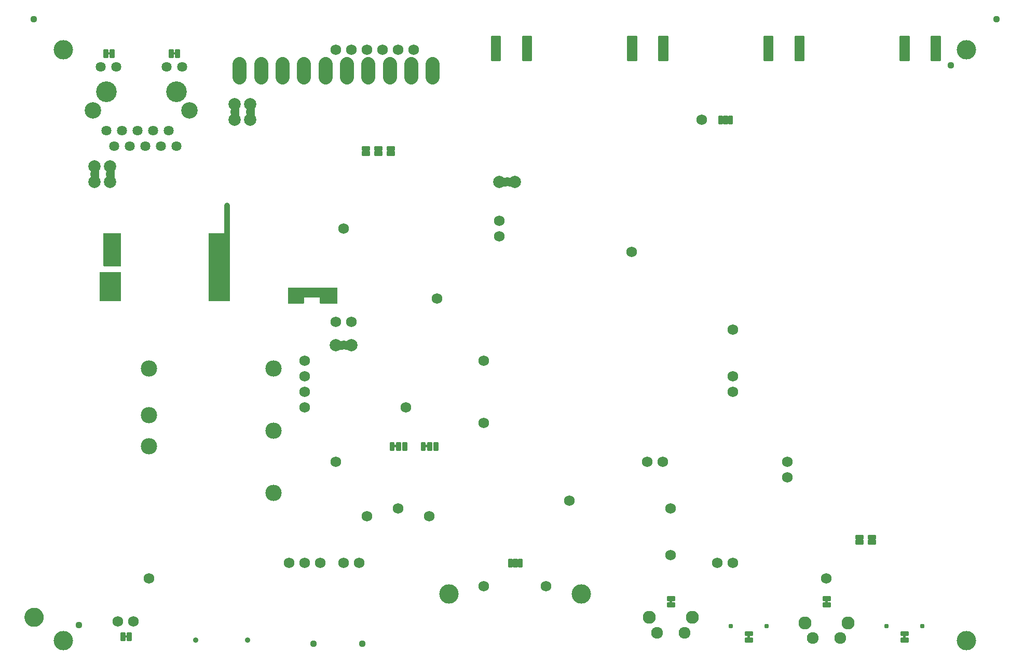
<source format=gbs>
G04 EAGLE Gerber RS-274X export*
G75*
%MOMM*%
%FSLAX34Y34*%
%LPD*%
%INSoldermask Bottom*%
%IPPOS*%
%AMOC8*
5,1,8,0,0,1.08239X$1,22.5*%
G01*
%ADD10C,0.965200*%
%ADD11C,1.127000*%
%ADD12C,3.175000*%
%ADD13C,0.777000*%
%ADD14C,0.228344*%
%ADD15C,0.228600*%
%ADD16C,1.727000*%
%ADD17C,0.227778*%
%ADD18C,3.377000*%
%ADD19C,2.677000*%
%ADD20C,1.627000*%
%ADD21C,2.006600*%
%ADD22C,1.927000*%
%ADD23C,2.127000*%
%ADD24C,2.327000*%
%ADD25C,0.877000*%
%ADD26C,2.667000*%
%ADD27C,1.270000*%

G36*
X292793Y579383D02*
X292793Y579383D01*
X292851Y579381D01*
X292933Y579403D01*
X293017Y579415D01*
X293070Y579439D01*
X293126Y579453D01*
X293199Y579496D01*
X293276Y579531D01*
X293321Y579569D01*
X293371Y579599D01*
X293429Y579660D01*
X293493Y579715D01*
X293525Y579763D01*
X293565Y579806D01*
X293604Y579881D01*
X293651Y579951D01*
X293668Y580007D01*
X293695Y580059D01*
X293706Y580127D01*
X293736Y580222D01*
X293739Y580322D01*
X293750Y580390D01*
X293750Y689610D01*
X293742Y689668D01*
X293744Y689726D01*
X293722Y689808D01*
X293710Y689892D01*
X293687Y689945D01*
X293672Y690001D01*
X293629Y690074D01*
X293594Y690151D01*
X293556Y690196D01*
X293527Y690246D01*
X293465Y690304D01*
X293411Y690368D01*
X293362Y690400D01*
X293319Y690440D01*
X293244Y690479D01*
X293174Y690526D01*
X293118Y690543D01*
X293066Y690570D01*
X292998Y690581D01*
X292903Y690611D01*
X292803Y690614D01*
X292735Y690625D01*
X259715Y690625D01*
X259657Y690617D01*
X259599Y690619D01*
X259517Y690597D01*
X259434Y690585D01*
X259380Y690562D01*
X259324Y690547D01*
X259251Y690504D01*
X259174Y690469D01*
X259129Y690431D01*
X259079Y690402D01*
X259021Y690340D01*
X258957Y690286D01*
X258925Y690237D01*
X258885Y690194D01*
X258846Y690119D01*
X258800Y690049D01*
X258782Y689993D01*
X258755Y689941D01*
X258744Y689873D01*
X258714Y689778D01*
X258711Y689678D01*
X258700Y689610D01*
X258700Y580390D01*
X258708Y580332D01*
X258706Y580274D01*
X258728Y580192D01*
X258740Y580109D01*
X258764Y580055D01*
X258778Y579999D01*
X258821Y579926D01*
X258856Y579849D01*
X258894Y579804D01*
X258924Y579754D01*
X258985Y579696D01*
X259040Y579632D01*
X259088Y579600D01*
X259131Y579560D01*
X259206Y579521D01*
X259276Y579475D01*
X259332Y579457D01*
X259384Y579430D01*
X259452Y579419D01*
X259547Y579389D01*
X259647Y579386D01*
X259715Y579375D01*
X292735Y579375D01*
X292793Y579383D01*
G37*
G36*
X413443Y575573D02*
X413443Y575573D01*
X413501Y575571D01*
X413583Y575593D01*
X413667Y575605D01*
X413720Y575629D01*
X413776Y575643D01*
X413849Y575686D01*
X413926Y575721D01*
X413971Y575759D01*
X414021Y575789D01*
X414079Y575850D01*
X414143Y575905D01*
X414175Y575953D01*
X414215Y575996D01*
X414254Y576071D01*
X414301Y576141D01*
X414318Y576197D01*
X414345Y576249D01*
X414356Y576317D01*
X414386Y576412D01*
X414389Y576512D01*
X414400Y576580D01*
X414400Y585725D01*
X440310Y585725D01*
X440310Y576580D01*
X440318Y576522D01*
X440316Y576464D01*
X440338Y576382D01*
X440350Y576299D01*
X440374Y576245D01*
X440388Y576189D01*
X440431Y576116D01*
X440466Y576039D01*
X440504Y575994D01*
X440534Y575944D01*
X440595Y575886D01*
X440650Y575822D01*
X440698Y575790D01*
X440741Y575750D01*
X440816Y575711D01*
X440886Y575665D01*
X440942Y575647D01*
X440994Y575620D01*
X441062Y575609D01*
X441157Y575579D01*
X441257Y575576D01*
X441325Y575565D01*
X467995Y575565D01*
X468053Y575573D01*
X468111Y575571D01*
X468193Y575593D01*
X468277Y575605D01*
X468330Y575629D01*
X468386Y575643D01*
X468459Y575686D01*
X468536Y575721D01*
X468581Y575759D01*
X468631Y575789D01*
X468689Y575850D01*
X468753Y575905D01*
X468785Y575953D01*
X468825Y575996D01*
X468864Y576071D01*
X468911Y576141D01*
X468928Y576197D01*
X468955Y576249D01*
X468966Y576317D01*
X468996Y576412D01*
X468999Y576512D01*
X469010Y576580D01*
X469010Y600710D01*
X469002Y600768D01*
X469004Y600826D01*
X468982Y600908D01*
X468970Y600992D01*
X468947Y601045D01*
X468932Y601101D01*
X468889Y601174D01*
X468854Y601251D01*
X468816Y601296D01*
X468787Y601346D01*
X468725Y601404D01*
X468671Y601468D01*
X468622Y601500D01*
X468579Y601540D01*
X468504Y601579D01*
X468434Y601626D01*
X468378Y601643D01*
X468326Y601670D01*
X468258Y601681D01*
X468163Y601711D01*
X468063Y601714D01*
X467995Y601725D01*
X389255Y601725D01*
X389197Y601717D01*
X389139Y601719D01*
X389057Y601697D01*
X388974Y601685D01*
X388920Y601662D01*
X388864Y601647D01*
X388791Y601604D01*
X388714Y601569D01*
X388669Y601531D01*
X388619Y601502D01*
X388561Y601440D01*
X388497Y601386D01*
X388465Y601337D01*
X388425Y601294D01*
X388386Y601219D01*
X388340Y601149D01*
X388322Y601093D01*
X388295Y601041D01*
X388284Y600973D01*
X388254Y600878D01*
X388251Y600778D01*
X388240Y600710D01*
X388240Y576580D01*
X388248Y576522D01*
X388246Y576464D01*
X388268Y576382D01*
X388280Y576299D01*
X388304Y576245D01*
X388318Y576189D01*
X388361Y576116D01*
X388396Y576039D01*
X388434Y575994D01*
X388464Y575944D01*
X388525Y575886D01*
X388580Y575822D01*
X388628Y575790D01*
X388671Y575750D01*
X388746Y575711D01*
X388816Y575665D01*
X388872Y575647D01*
X388924Y575620D01*
X388992Y575609D01*
X389087Y575579D01*
X389187Y575576D01*
X389255Y575565D01*
X413385Y575565D01*
X413443Y575573D01*
G37*
G36*
X114993Y579383D02*
X114993Y579383D01*
X115051Y579381D01*
X115133Y579403D01*
X115217Y579415D01*
X115270Y579439D01*
X115326Y579453D01*
X115399Y579496D01*
X115476Y579531D01*
X115521Y579569D01*
X115571Y579599D01*
X115629Y579660D01*
X115693Y579715D01*
X115725Y579763D01*
X115765Y579806D01*
X115804Y579881D01*
X115851Y579951D01*
X115868Y580007D01*
X115895Y580059D01*
X115906Y580127D01*
X115936Y580222D01*
X115939Y580322D01*
X115950Y580390D01*
X115950Y626110D01*
X115943Y626163D01*
X115944Y626193D01*
X115943Y626196D01*
X115944Y626226D01*
X115922Y626308D01*
X115910Y626392D01*
X115887Y626445D01*
X115872Y626501D01*
X115829Y626574D01*
X115794Y626651D01*
X115756Y626696D01*
X115727Y626746D01*
X115665Y626804D01*
X115611Y626868D01*
X115562Y626900D01*
X115519Y626940D01*
X115444Y626979D01*
X115374Y627026D01*
X115318Y627043D01*
X115266Y627070D01*
X115198Y627081D01*
X115103Y627111D01*
X115003Y627114D01*
X114935Y627125D01*
X81915Y627125D01*
X81857Y627117D01*
X81799Y627119D01*
X81717Y627097D01*
X81634Y627085D01*
X81580Y627062D01*
X81524Y627047D01*
X81451Y627004D01*
X81374Y626969D01*
X81329Y626931D01*
X81279Y626902D01*
X81221Y626840D01*
X81157Y626786D01*
X81125Y626737D01*
X81085Y626694D01*
X81046Y626619D01*
X81000Y626549D01*
X80982Y626493D01*
X80955Y626441D01*
X80944Y626373D01*
X80914Y626278D01*
X80911Y626178D01*
X80900Y626110D01*
X80900Y580390D01*
X80908Y580332D01*
X80906Y580274D01*
X80928Y580192D01*
X80940Y580109D01*
X80964Y580055D01*
X80978Y579999D01*
X81021Y579926D01*
X81056Y579849D01*
X81094Y579804D01*
X81124Y579754D01*
X81185Y579696D01*
X81240Y579632D01*
X81288Y579600D01*
X81331Y579560D01*
X81406Y579521D01*
X81476Y579475D01*
X81532Y579457D01*
X81584Y579430D01*
X81652Y579419D01*
X81747Y579389D01*
X81847Y579386D01*
X81915Y579375D01*
X114935Y579375D01*
X114993Y579383D01*
G37*
G36*
X114993Y636533D02*
X114993Y636533D01*
X115051Y636531D01*
X115133Y636553D01*
X115217Y636565D01*
X115270Y636589D01*
X115326Y636603D01*
X115399Y636646D01*
X115476Y636681D01*
X115521Y636719D01*
X115571Y636749D01*
X115629Y636810D01*
X115693Y636865D01*
X115725Y636913D01*
X115765Y636956D01*
X115804Y637031D01*
X115851Y637101D01*
X115868Y637157D01*
X115895Y637209D01*
X115906Y637277D01*
X115936Y637372D01*
X115939Y637472D01*
X115950Y637540D01*
X115950Y689610D01*
X115942Y689668D01*
X115944Y689726D01*
X115922Y689808D01*
X115910Y689892D01*
X115887Y689945D01*
X115872Y690001D01*
X115829Y690074D01*
X115794Y690151D01*
X115756Y690196D01*
X115727Y690246D01*
X115665Y690304D01*
X115611Y690368D01*
X115562Y690400D01*
X115519Y690440D01*
X115444Y690479D01*
X115374Y690526D01*
X115318Y690543D01*
X115266Y690570D01*
X115198Y690581D01*
X115103Y690611D01*
X115003Y690614D01*
X114935Y690625D01*
X88265Y690625D01*
X88207Y690617D01*
X88149Y690619D01*
X88067Y690597D01*
X87984Y690585D01*
X87930Y690562D01*
X87874Y690547D01*
X87801Y690504D01*
X87724Y690469D01*
X87679Y690431D01*
X87629Y690402D01*
X87571Y690340D01*
X87507Y690286D01*
X87475Y690237D01*
X87435Y690194D01*
X87396Y690119D01*
X87350Y690049D01*
X87332Y689993D01*
X87305Y689941D01*
X87294Y689873D01*
X87264Y689778D01*
X87261Y689678D01*
X87250Y689610D01*
X87250Y637540D01*
X87258Y637482D01*
X87256Y637424D01*
X87278Y637342D01*
X87290Y637259D01*
X87314Y637205D01*
X87328Y637149D01*
X87371Y637076D01*
X87406Y636999D01*
X87444Y636954D01*
X87474Y636904D01*
X87535Y636846D01*
X87590Y636782D01*
X87638Y636750D01*
X87681Y636710D01*
X87756Y636671D01*
X87826Y636625D01*
X87882Y636607D01*
X87934Y636580D01*
X88002Y636569D01*
X88097Y636539D01*
X88197Y636536D01*
X88265Y636525D01*
X114935Y636525D01*
X114993Y636533D01*
G37*
G36*
X333694Y886472D02*
X333694Y886472D01*
X333760Y886474D01*
X333803Y886492D01*
X333850Y886500D01*
X333907Y886534D01*
X333967Y886559D01*
X334002Y886590D01*
X334043Y886615D01*
X334085Y886666D01*
X334133Y886710D01*
X334155Y886752D01*
X334184Y886789D01*
X334205Y886851D01*
X334236Y886910D01*
X334244Y886964D01*
X334256Y887001D01*
X334255Y887041D01*
X334263Y887095D01*
X334263Y890905D01*
X334252Y890970D01*
X334250Y891036D01*
X334232Y891079D01*
X334224Y891126D01*
X334190Y891183D01*
X334165Y891243D01*
X334134Y891278D01*
X334109Y891319D01*
X334058Y891361D01*
X334014Y891409D01*
X333972Y891431D01*
X333935Y891460D01*
X333873Y891481D01*
X333814Y891512D01*
X333760Y891520D01*
X333723Y891532D01*
X333683Y891531D01*
X333629Y891539D01*
X320421Y891539D01*
X320356Y891528D01*
X320290Y891526D01*
X320247Y891508D01*
X320200Y891500D01*
X320143Y891466D01*
X320083Y891441D01*
X320048Y891410D01*
X320007Y891385D01*
X319966Y891334D01*
X319917Y891290D01*
X319895Y891248D01*
X319866Y891211D01*
X319845Y891149D01*
X319814Y891090D01*
X319806Y891036D01*
X319794Y890999D01*
X319794Y890995D01*
X319794Y890994D01*
X319795Y890959D01*
X319787Y890905D01*
X319787Y887095D01*
X319798Y887030D01*
X319800Y886964D01*
X319818Y886921D01*
X319826Y886874D01*
X319860Y886817D01*
X319885Y886757D01*
X319916Y886722D01*
X319941Y886681D01*
X319992Y886640D01*
X320036Y886591D01*
X320078Y886569D01*
X320115Y886540D01*
X320177Y886519D01*
X320236Y886488D01*
X320290Y886480D01*
X320327Y886468D01*
X320367Y886469D01*
X320421Y886461D01*
X333629Y886461D01*
X333694Y886472D01*
G37*
G36*
X308294Y886472D02*
X308294Y886472D01*
X308360Y886474D01*
X308403Y886492D01*
X308450Y886500D01*
X308507Y886534D01*
X308567Y886559D01*
X308602Y886590D01*
X308643Y886615D01*
X308685Y886666D01*
X308733Y886710D01*
X308755Y886752D01*
X308784Y886789D01*
X308805Y886851D01*
X308836Y886910D01*
X308844Y886964D01*
X308856Y887001D01*
X308855Y887041D01*
X308863Y887095D01*
X308863Y890905D01*
X308852Y890970D01*
X308850Y891036D01*
X308832Y891079D01*
X308824Y891126D01*
X308790Y891183D01*
X308765Y891243D01*
X308734Y891278D01*
X308709Y891319D01*
X308658Y891361D01*
X308614Y891409D01*
X308572Y891431D01*
X308535Y891460D01*
X308473Y891481D01*
X308414Y891512D01*
X308360Y891520D01*
X308323Y891532D01*
X308283Y891531D01*
X308229Y891539D01*
X295021Y891539D01*
X294956Y891528D01*
X294890Y891526D01*
X294847Y891508D01*
X294800Y891500D01*
X294743Y891466D01*
X294683Y891441D01*
X294648Y891410D01*
X294607Y891385D01*
X294566Y891334D01*
X294517Y891290D01*
X294495Y891248D01*
X294466Y891211D01*
X294445Y891149D01*
X294414Y891090D01*
X294406Y891036D01*
X294394Y890999D01*
X294394Y890995D01*
X294394Y890994D01*
X294395Y890959D01*
X294387Y890905D01*
X294387Y887095D01*
X294398Y887030D01*
X294400Y886964D01*
X294418Y886921D01*
X294426Y886874D01*
X294460Y886817D01*
X294485Y886757D01*
X294516Y886722D01*
X294541Y886681D01*
X294592Y886640D01*
X294636Y886591D01*
X294678Y886569D01*
X294715Y886540D01*
X294777Y886519D01*
X294836Y886488D01*
X294890Y886480D01*
X294927Y886468D01*
X294967Y886469D01*
X295021Y886461D01*
X308229Y886461D01*
X308294Y886472D01*
G37*
G36*
X105094Y784872D02*
X105094Y784872D01*
X105160Y784874D01*
X105203Y784892D01*
X105250Y784900D01*
X105307Y784934D01*
X105367Y784959D01*
X105402Y784990D01*
X105443Y785015D01*
X105485Y785066D01*
X105533Y785110D01*
X105555Y785152D01*
X105584Y785189D01*
X105605Y785251D01*
X105636Y785310D01*
X105644Y785364D01*
X105656Y785401D01*
X105655Y785441D01*
X105663Y785495D01*
X105663Y789305D01*
X105652Y789370D01*
X105650Y789436D01*
X105632Y789479D01*
X105624Y789526D01*
X105590Y789583D01*
X105565Y789643D01*
X105534Y789678D01*
X105509Y789719D01*
X105458Y789761D01*
X105414Y789809D01*
X105372Y789831D01*
X105335Y789860D01*
X105273Y789881D01*
X105214Y789912D01*
X105160Y789920D01*
X105123Y789932D01*
X105083Y789931D01*
X105029Y789939D01*
X91821Y789939D01*
X91756Y789928D01*
X91690Y789926D01*
X91647Y789908D01*
X91600Y789900D01*
X91543Y789866D01*
X91483Y789841D01*
X91448Y789810D01*
X91407Y789785D01*
X91366Y789734D01*
X91317Y789690D01*
X91295Y789648D01*
X91266Y789611D01*
X91245Y789549D01*
X91214Y789490D01*
X91206Y789436D01*
X91194Y789399D01*
X91194Y789395D01*
X91194Y789394D01*
X91195Y789359D01*
X91187Y789305D01*
X91187Y785495D01*
X91198Y785430D01*
X91200Y785364D01*
X91218Y785321D01*
X91226Y785274D01*
X91260Y785217D01*
X91285Y785157D01*
X91316Y785122D01*
X91341Y785081D01*
X91392Y785040D01*
X91436Y784991D01*
X91478Y784969D01*
X91515Y784940D01*
X91577Y784919D01*
X91636Y784888D01*
X91690Y784880D01*
X91727Y784868D01*
X91767Y784869D01*
X91821Y784861D01*
X105029Y784861D01*
X105094Y784872D01*
G37*
G36*
X79694Y784872D02*
X79694Y784872D01*
X79760Y784874D01*
X79803Y784892D01*
X79850Y784900D01*
X79907Y784934D01*
X79967Y784959D01*
X80002Y784990D01*
X80043Y785015D01*
X80085Y785066D01*
X80133Y785110D01*
X80155Y785152D01*
X80184Y785189D01*
X80205Y785251D01*
X80236Y785310D01*
X80244Y785364D01*
X80256Y785401D01*
X80255Y785441D01*
X80263Y785495D01*
X80263Y789305D01*
X80252Y789370D01*
X80250Y789436D01*
X80232Y789479D01*
X80224Y789526D01*
X80190Y789583D01*
X80165Y789643D01*
X80134Y789678D01*
X80109Y789719D01*
X80058Y789761D01*
X80014Y789809D01*
X79972Y789831D01*
X79935Y789860D01*
X79873Y789881D01*
X79814Y789912D01*
X79760Y789920D01*
X79723Y789932D01*
X79683Y789931D01*
X79629Y789939D01*
X66421Y789939D01*
X66356Y789928D01*
X66290Y789926D01*
X66247Y789908D01*
X66200Y789900D01*
X66143Y789866D01*
X66083Y789841D01*
X66048Y789810D01*
X66007Y789785D01*
X65966Y789734D01*
X65917Y789690D01*
X65895Y789648D01*
X65866Y789611D01*
X65845Y789549D01*
X65814Y789490D01*
X65806Y789436D01*
X65794Y789399D01*
X65794Y789395D01*
X65794Y789394D01*
X65795Y789359D01*
X65787Y789305D01*
X65787Y785495D01*
X65798Y785430D01*
X65800Y785364D01*
X65818Y785321D01*
X65826Y785274D01*
X65860Y785217D01*
X65885Y785157D01*
X65916Y785122D01*
X65941Y785081D01*
X65992Y785040D01*
X66036Y784991D01*
X66078Y784969D01*
X66115Y784940D01*
X66177Y784919D01*
X66236Y784888D01*
X66290Y784880D01*
X66327Y784868D01*
X66367Y784869D01*
X66421Y784861D01*
X79629Y784861D01*
X79694Y784872D01*
G37*
G36*
X748095Y767473D02*
X748095Y767473D01*
X748161Y767475D01*
X748204Y767493D01*
X748251Y767501D01*
X748308Y767535D01*
X748368Y767560D01*
X748403Y767591D01*
X748444Y767616D01*
X748486Y767667D01*
X748534Y767711D01*
X748556Y767753D01*
X748585Y767790D01*
X748606Y767852D01*
X748637Y767911D01*
X748645Y767965D01*
X748657Y768002D01*
X748656Y768042D01*
X748664Y768096D01*
X748664Y781304D01*
X748653Y781369D01*
X748651Y781435D01*
X748633Y781478D01*
X748625Y781525D01*
X748591Y781582D01*
X748566Y781642D01*
X748535Y781677D01*
X748510Y781718D01*
X748459Y781760D01*
X748415Y781808D01*
X748373Y781830D01*
X748336Y781859D01*
X748274Y781880D01*
X748215Y781911D01*
X748161Y781919D01*
X748124Y781931D01*
X748084Y781930D01*
X748030Y781938D01*
X744220Y781938D01*
X744155Y781927D01*
X744089Y781925D01*
X744046Y781907D01*
X743999Y781899D01*
X743942Y781865D01*
X743882Y781840D01*
X743847Y781809D01*
X743806Y781784D01*
X743765Y781733D01*
X743716Y781689D01*
X743694Y781647D01*
X743665Y781610D01*
X743644Y781548D01*
X743613Y781489D01*
X743605Y781435D01*
X743593Y781398D01*
X743594Y781358D01*
X743586Y781304D01*
X743586Y768096D01*
X743597Y768031D01*
X743599Y767965D01*
X743617Y767922D01*
X743625Y767875D01*
X743659Y767818D01*
X743684Y767758D01*
X743715Y767723D01*
X743740Y767682D01*
X743791Y767641D01*
X743835Y767592D01*
X743877Y767570D01*
X743914Y767541D01*
X743976Y767520D01*
X744035Y767489D01*
X744089Y767481D01*
X744126Y767469D01*
X744166Y767470D01*
X744220Y767462D01*
X748030Y767462D01*
X748095Y767473D01*
G37*
G36*
X481395Y500773D02*
X481395Y500773D01*
X481461Y500775D01*
X481504Y500793D01*
X481551Y500801D01*
X481608Y500835D01*
X481668Y500860D01*
X481703Y500891D01*
X481744Y500916D01*
X481786Y500967D01*
X481834Y501011D01*
X481856Y501053D01*
X481885Y501090D01*
X481906Y501152D01*
X481937Y501211D01*
X481945Y501265D01*
X481957Y501302D01*
X481956Y501342D01*
X481964Y501396D01*
X481964Y514604D01*
X481953Y514669D01*
X481951Y514735D01*
X481933Y514778D01*
X481925Y514825D01*
X481891Y514882D01*
X481866Y514942D01*
X481835Y514977D01*
X481810Y515018D01*
X481759Y515060D01*
X481715Y515108D01*
X481673Y515130D01*
X481636Y515159D01*
X481574Y515180D01*
X481515Y515211D01*
X481461Y515219D01*
X481424Y515231D01*
X481384Y515230D01*
X481330Y515238D01*
X477520Y515238D01*
X477455Y515227D01*
X477389Y515225D01*
X477346Y515207D01*
X477299Y515199D01*
X477242Y515165D01*
X477182Y515140D01*
X477147Y515109D01*
X477106Y515084D01*
X477065Y515033D01*
X477016Y514989D01*
X476994Y514947D01*
X476965Y514910D01*
X476944Y514848D01*
X476913Y514789D01*
X476905Y514735D01*
X476893Y514698D01*
X476894Y514658D01*
X476886Y514604D01*
X476886Y501396D01*
X476897Y501331D01*
X476899Y501265D01*
X476917Y501222D01*
X476925Y501175D01*
X476959Y501118D01*
X476984Y501058D01*
X477015Y501023D01*
X477040Y500982D01*
X477091Y500941D01*
X477135Y500892D01*
X477177Y500870D01*
X477214Y500841D01*
X477276Y500820D01*
X477335Y500789D01*
X477389Y500781D01*
X477426Y500769D01*
X477466Y500770D01*
X477520Y500762D01*
X481330Y500762D01*
X481395Y500773D01*
G37*
G36*
X1014160Y86372D02*
X1014160Y86372D01*
X1014226Y86374D01*
X1014269Y86392D01*
X1014316Y86400D01*
X1014373Y86434D01*
X1014433Y86459D01*
X1014468Y86490D01*
X1014509Y86515D01*
X1014551Y86566D01*
X1014599Y86610D01*
X1014621Y86652D01*
X1014650Y86689D01*
X1014671Y86751D01*
X1014702Y86810D01*
X1014710Y86864D01*
X1014722Y86901D01*
X1014721Y86941D01*
X1014729Y86995D01*
X1014729Y90805D01*
X1014718Y90870D01*
X1014716Y90936D01*
X1014698Y90979D01*
X1014690Y91026D01*
X1014656Y91083D01*
X1014631Y91143D01*
X1014600Y91178D01*
X1014575Y91219D01*
X1014524Y91261D01*
X1014480Y91309D01*
X1014438Y91331D01*
X1014401Y91360D01*
X1014339Y91381D01*
X1014280Y91412D01*
X1014226Y91420D01*
X1014189Y91432D01*
X1014149Y91431D01*
X1014095Y91439D01*
X1011555Y91439D01*
X1011490Y91428D01*
X1011424Y91426D01*
X1011381Y91408D01*
X1011334Y91400D01*
X1011277Y91366D01*
X1011217Y91341D01*
X1011182Y91310D01*
X1011141Y91285D01*
X1011100Y91234D01*
X1011051Y91190D01*
X1011029Y91148D01*
X1011000Y91111D01*
X1010979Y91049D01*
X1010948Y90990D01*
X1010940Y90936D01*
X1010928Y90899D01*
X1010928Y90895D01*
X1010928Y90894D01*
X1010929Y90859D01*
X1010921Y90805D01*
X1010921Y86995D01*
X1010932Y86930D01*
X1010934Y86864D01*
X1010952Y86821D01*
X1010960Y86774D01*
X1010994Y86717D01*
X1011019Y86657D01*
X1011050Y86622D01*
X1011075Y86581D01*
X1011126Y86540D01*
X1011170Y86491D01*
X1011212Y86469D01*
X1011249Y86440D01*
X1011311Y86419D01*
X1011370Y86388D01*
X1011424Y86380D01*
X1011461Y86368D01*
X1011501Y86369D01*
X1011555Y86361D01*
X1014095Y86361D01*
X1014160Y86372D01*
G37*
G36*
X1268160Y86372D02*
X1268160Y86372D01*
X1268226Y86374D01*
X1268269Y86392D01*
X1268316Y86400D01*
X1268373Y86434D01*
X1268433Y86459D01*
X1268468Y86490D01*
X1268509Y86515D01*
X1268551Y86566D01*
X1268599Y86610D01*
X1268621Y86652D01*
X1268650Y86689D01*
X1268671Y86751D01*
X1268702Y86810D01*
X1268710Y86864D01*
X1268722Y86901D01*
X1268721Y86941D01*
X1268729Y86995D01*
X1268729Y90805D01*
X1268718Y90870D01*
X1268716Y90936D01*
X1268698Y90979D01*
X1268690Y91026D01*
X1268656Y91083D01*
X1268631Y91143D01*
X1268600Y91178D01*
X1268575Y91219D01*
X1268524Y91261D01*
X1268480Y91309D01*
X1268438Y91331D01*
X1268401Y91360D01*
X1268339Y91381D01*
X1268280Y91412D01*
X1268226Y91420D01*
X1268189Y91432D01*
X1268149Y91431D01*
X1268095Y91439D01*
X1265555Y91439D01*
X1265490Y91428D01*
X1265424Y91426D01*
X1265381Y91408D01*
X1265334Y91400D01*
X1265277Y91366D01*
X1265217Y91341D01*
X1265182Y91310D01*
X1265141Y91285D01*
X1265100Y91234D01*
X1265051Y91190D01*
X1265029Y91148D01*
X1265000Y91111D01*
X1264979Y91049D01*
X1264948Y90990D01*
X1264940Y90936D01*
X1264928Y90899D01*
X1264928Y90895D01*
X1264928Y90894D01*
X1264929Y90859D01*
X1264921Y90805D01*
X1264921Y86995D01*
X1264932Y86930D01*
X1264934Y86864D01*
X1264952Y86821D01*
X1264960Y86774D01*
X1264994Y86717D01*
X1265019Y86657D01*
X1265050Y86622D01*
X1265075Y86581D01*
X1265126Y86540D01*
X1265170Y86491D01*
X1265212Y86469D01*
X1265249Y86440D01*
X1265311Y86419D01*
X1265370Y86388D01*
X1265424Y86380D01*
X1265461Y86368D01*
X1265501Y86369D01*
X1265555Y86361D01*
X1268095Y86361D01*
X1268160Y86372D01*
G37*
G36*
X1395160Y29222D02*
X1395160Y29222D01*
X1395226Y29224D01*
X1395269Y29242D01*
X1395316Y29250D01*
X1395373Y29284D01*
X1395433Y29309D01*
X1395468Y29340D01*
X1395509Y29365D01*
X1395551Y29416D01*
X1395599Y29460D01*
X1395621Y29502D01*
X1395650Y29539D01*
X1395671Y29601D01*
X1395702Y29660D01*
X1395710Y29714D01*
X1395722Y29751D01*
X1395721Y29791D01*
X1395729Y29845D01*
X1395729Y33655D01*
X1395718Y33720D01*
X1395716Y33786D01*
X1395698Y33829D01*
X1395690Y33876D01*
X1395656Y33933D01*
X1395631Y33993D01*
X1395600Y34028D01*
X1395575Y34069D01*
X1395524Y34111D01*
X1395480Y34159D01*
X1395438Y34181D01*
X1395401Y34210D01*
X1395339Y34231D01*
X1395280Y34262D01*
X1395226Y34270D01*
X1395189Y34282D01*
X1395149Y34281D01*
X1395095Y34289D01*
X1392555Y34289D01*
X1392490Y34278D01*
X1392424Y34276D01*
X1392381Y34258D01*
X1392334Y34250D01*
X1392277Y34216D01*
X1392217Y34191D01*
X1392182Y34160D01*
X1392141Y34135D01*
X1392100Y34084D01*
X1392051Y34040D01*
X1392029Y33998D01*
X1392000Y33961D01*
X1391979Y33899D01*
X1391948Y33840D01*
X1391940Y33786D01*
X1391928Y33749D01*
X1391928Y33745D01*
X1391928Y33744D01*
X1391929Y33709D01*
X1391921Y33655D01*
X1391921Y29845D01*
X1391932Y29780D01*
X1391934Y29714D01*
X1391952Y29671D01*
X1391960Y29624D01*
X1391994Y29567D01*
X1392019Y29507D01*
X1392050Y29472D01*
X1392075Y29431D01*
X1392126Y29390D01*
X1392170Y29341D01*
X1392212Y29319D01*
X1392249Y29290D01*
X1392311Y29269D01*
X1392370Y29238D01*
X1392424Y29230D01*
X1392461Y29218D01*
X1392501Y29219D01*
X1392555Y29211D01*
X1395095Y29211D01*
X1395160Y29222D01*
G37*
G36*
X1141160Y29222D02*
X1141160Y29222D01*
X1141226Y29224D01*
X1141269Y29242D01*
X1141316Y29250D01*
X1141373Y29284D01*
X1141433Y29309D01*
X1141468Y29340D01*
X1141509Y29365D01*
X1141551Y29416D01*
X1141599Y29460D01*
X1141621Y29502D01*
X1141650Y29539D01*
X1141671Y29601D01*
X1141702Y29660D01*
X1141710Y29714D01*
X1141722Y29751D01*
X1141721Y29791D01*
X1141729Y29845D01*
X1141729Y33655D01*
X1141718Y33720D01*
X1141716Y33786D01*
X1141698Y33829D01*
X1141690Y33876D01*
X1141656Y33933D01*
X1141631Y33993D01*
X1141600Y34028D01*
X1141575Y34069D01*
X1141524Y34111D01*
X1141480Y34159D01*
X1141438Y34181D01*
X1141401Y34210D01*
X1141339Y34231D01*
X1141280Y34262D01*
X1141226Y34270D01*
X1141189Y34282D01*
X1141149Y34281D01*
X1141095Y34289D01*
X1138555Y34289D01*
X1138490Y34278D01*
X1138424Y34276D01*
X1138381Y34258D01*
X1138334Y34250D01*
X1138277Y34216D01*
X1138217Y34191D01*
X1138182Y34160D01*
X1138141Y34135D01*
X1138100Y34084D01*
X1138051Y34040D01*
X1138029Y33998D01*
X1138000Y33961D01*
X1137979Y33899D01*
X1137948Y33840D01*
X1137940Y33786D01*
X1137928Y33749D01*
X1137928Y33745D01*
X1137928Y33744D01*
X1137929Y33709D01*
X1137921Y33655D01*
X1137921Y29845D01*
X1137932Y29780D01*
X1137934Y29714D01*
X1137952Y29671D01*
X1137960Y29624D01*
X1137994Y29567D01*
X1138019Y29507D01*
X1138050Y29472D01*
X1138075Y29431D01*
X1138126Y29390D01*
X1138170Y29341D01*
X1138212Y29319D01*
X1138249Y29290D01*
X1138311Y29269D01*
X1138370Y29238D01*
X1138424Y29230D01*
X1138461Y29218D01*
X1138501Y29219D01*
X1138555Y29211D01*
X1141095Y29211D01*
X1141160Y29222D01*
G37*
G36*
X97855Y982357D02*
X97855Y982357D01*
X97921Y982359D01*
X97964Y982377D01*
X98011Y982385D01*
X98068Y982419D01*
X98128Y982444D01*
X98163Y982475D01*
X98204Y982500D01*
X98246Y982551D01*
X98294Y982595D01*
X98316Y982637D01*
X98345Y982674D01*
X98366Y982736D01*
X98397Y982795D01*
X98405Y982849D01*
X98417Y982886D01*
X98416Y982926D01*
X98424Y982980D01*
X98424Y985520D01*
X98413Y985585D01*
X98411Y985651D01*
X98393Y985694D01*
X98385Y985741D01*
X98351Y985798D01*
X98326Y985858D01*
X98295Y985893D01*
X98270Y985934D01*
X98219Y985976D01*
X98175Y986024D01*
X98133Y986046D01*
X98096Y986075D01*
X98034Y986096D01*
X97975Y986127D01*
X97921Y986135D01*
X97884Y986147D01*
X97844Y986146D01*
X97790Y986154D01*
X93980Y986154D01*
X93915Y986143D01*
X93849Y986141D01*
X93806Y986123D01*
X93759Y986115D01*
X93702Y986081D01*
X93642Y986056D01*
X93607Y986025D01*
X93566Y986000D01*
X93525Y985949D01*
X93476Y985905D01*
X93454Y985863D01*
X93425Y985826D01*
X93404Y985764D01*
X93373Y985705D01*
X93365Y985651D01*
X93353Y985614D01*
X93353Y985611D01*
X93354Y985574D01*
X93346Y985520D01*
X93346Y982980D01*
X93357Y982915D01*
X93359Y982849D01*
X93377Y982806D01*
X93385Y982759D01*
X93419Y982702D01*
X93444Y982642D01*
X93475Y982607D01*
X93500Y982566D01*
X93551Y982525D01*
X93595Y982476D01*
X93637Y982454D01*
X93674Y982425D01*
X93736Y982404D01*
X93795Y982373D01*
X93849Y982365D01*
X93886Y982353D01*
X93926Y982354D01*
X93980Y982346D01*
X97790Y982346D01*
X97855Y982357D01*
G37*
G36*
X204535Y982357D02*
X204535Y982357D01*
X204601Y982359D01*
X204644Y982377D01*
X204691Y982385D01*
X204748Y982419D01*
X204808Y982444D01*
X204843Y982475D01*
X204884Y982500D01*
X204926Y982551D01*
X204974Y982595D01*
X204996Y982637D01*
X205025Y982674D01*
X205046Y982736D01*
X205077Y982795D01*
X205085Y982849D01*
X205097Y982886D01*
X205096Y982926D01*
X205104Y982980D01*
X205104Y985520D01*
X205093Y985585D01*
X205091Y985651D01*
X205073Y985694D01*
X205065Y985741D01*
X205031Y985798D01*
X205006Y985858D01*
X204975Y985893D01*
X204950Y985934D01*
X204899Y985976D01*
X204855Y986024D01*
X204813Y986046D01*
X204776Y986075D01*
X204714Y986096D01*
X204655Y986127D01*
X204601Y986135D01*
X204564Y986147D01*
X204524Y986146D01*
X204470Y986154D01*
X200660Y986154D01*
X200595Y986143D01*
X200529Y986141D01*
X200486Y986123D01*
X200439Y986115D01*
X200382Y986081D01*
X200322Y986056D01*
X200287Y986025D01*
X200246Y986000D01*
X200205Y985949D01*
X200156Y985905D01*
X200134Y985863D01*
X200105Y985826D01*
X200084Y985764D01*
X200053Y985705D01*
X200045Y985651D01*
X200033Y985614D01*
X200033Y985611D01*
X200034Y985574D01*
X200026Y985520D01*
X200026Y982980D01*
X200037Y982915D01*
X200039Y982849D01*
X200057Y982806D01*
X200065Y982759D01*
X200099Y982702D01*
X200124Y982642D01*
X200155Y982607D01*
X200180Y982566D01*
X200231Y982525D01*
X200275Y982476D01*
X200317Y982454D01*
X200354Y982425D01*
X200416Y982404D01*
X200475Y982373D01*
X200529Y982365D01*
X200566Y982353D01*
X200606Y982354D01*
X200660Y982346D01*
X204470Y982346D01*
X204535Y982357D01*
G37*
G36*
X616015Y341007D02*
X616015Y341007D01*
X616081Y341009D01*
X616124Y341027D01*
X616171Y341035D01*
X616228Y341069D01*
X616288Y341094D01*
X616323Y341125D01*
X616364Y341150D01*
X616406Y341201D01*
X616454Y341245D01*
X616476Y341287D01*
X616505Y341324D01*
X616526Y341386D01*
X616557Y341445D01*
X616565Y341499D01*
X616577Y341536D01*
X616576Y341576D01*
X616584Y341630D01*
X616584Y344170D01*
X616573Y344235D01*
X616571Y344301D01*
X616553Y344344D01*
X616545Y344391D01*
X616511Y344448D01*
X616486Y344508D01*
X616455Y344543D01*
X616430Y344584D01*
X616379Y344626D01*
X616335Y344674D01*
X616293Y344696D01*
X616256Y344725D01*
X616194Y344746D01*
X616135Y344777D01*
X616081Y344785D01*
X616044Y344797D01*
X616004Y344796D01*
X615950Y344804D01*
X612140Y344804D01*
X612075Y344793D01*
X612009Y344791D01*
X611966Y344773D01*
X611919Y344765D01*
X611862Y344731D01*
X611802Y344706D01*
X611767Y344675D01*
X611726Y344650D01*
X611685Y344599D01*
X611636Y344555D01*
X611614Y344513D01*
X611585Y344476D01*
X611564Y344414D01*
X611533Y344355D01*
X611525Y344301D01*
X611513Y344264D01*
X611513Y344261D01*
X611514Y344224D01*
X611506Y344170D01*
X611506Y341630D01*
X611517Y341565D01*
X611519Y341499D01*
X611537Y341456D01*
X611545Y341409D01*
X611579Y341352D01*
X611604Y341292D01*
X611635Y341257D01*
X611660Y341216D01*
X611711Y341175D01*
X611755Y341126D01*
X611797Y341104D01*
X611834Y341075D01*
X611896Y341054D01*
X611955Y341023D01*
X612009Y341015D01*
X612046Y341003D01*
X612086Y341004D01*
X612140Y340996D01*
X615950Y340996D01*
X616015Y341007D01*
G37*
G36*
X565215Y341007D02*
X565215Y341007D01*
X565281Y341009D01*
X565324Y341027D01*
X565371Y341035D01*
X565428Y341069D01*
X565488Y341094D01*
X565523Y341125D01*
X565564Y341150D01*
X565606Y341201D01*
X565654Y341245D01*
X565676Y341287D01*
X565705Y341324D01*
X565726Y341386D01*
X565757Y341445D01*
X565765Y341499D01*
X565777Y341536D01*
X565776Y341576D01*
X565784Y341630D01*
X565784Y344170D01*
X565773Y344235D01*
X565771Y344301D01*
X565753Y344344D01*
X565745Y344391D01*
X565711Y344448D01*
X565686Y344508D01*
X565655Y344543D01*
X565630Y344584D01*
X565579Y344626D01*
X565535Y344674D01*
X565493Y344696D01*
X565456Y344725D01*
X565394Y344746D01*
X565335Y344777D01*
X565281Y344785D01*
X565244Y344797D01*
X565204Y344796D01*
X565150Y344804D01*
X561340Y344804D01*
X561275Y344793D01*
X561209Y344791D01*
X561166Y344773D01*
X561119Y344765D01*
X561062Y344731D01*
X561002Y344706D01*
X560967Y344675D01*
X560926Y344650D01*
X560885Y344599D01*
X560836Y344555D01*
X560814Y344513D01*
X560785Y344476D01*
X560764Y344414D01*
X560733Y344355D01*
X560725Y344301D01*
X560713Y344264D01*
X560713Y344261D01*
X560714Y344224D01*
X560706Y344170D01*
X560706Y341630D01*
X560717Y341565D01*
X560719Y341499D01*
X560737Y341456D01*
X560745Y341409D01*
X560779Y341352D01*
X560804Y341292D01*
X560835Y341257D01*
X560860Y341216D01*
X560911Y341175D01*
X560955Y341126D01*
X560997Y341104D01*
X561034Y341075D01*
X561096Y341054D01*
X561155Y341023D01*
X561209Y341015D01*
X561246Y341003D01*
X561286Y341004D01*
X561340Y340996D01*
X565150Y340996D01*
X565215Y341007D01*
G37*
G36*
X125795Y29857D02*
X125795Y29857D01*
X125861Y29859D01*
X125904Y29877D01*
X125951Y29885D01*
X126008Y29919D01*
X126068Y29944D01*
X126103Y29975D01*
X126144Y30000D01*
X126186Y30051D01*
X126234Y30095D01*
X126256Y30137D01*
X126285Y30174D01*
X126306Y30236D01*
X126337Y30295D01*
X126345Y30349D01*
X126357Y30386D01*
X126356Y30426D01*
X126364Y30480D01*
X126364Y33020D01*
X126353Y33085D01*
X126351Y33151D01*
X126333Y33194D01*
X126325Y33241D01*
X126291Y33298D01*
X126266Y33358D01*
X126235Y33393D01*
X126210Y33434D01*
X126159Y33476D01*
X126115Y33524D01*
X126073Y33546D01*
X126036Y33575D01*
X125974Y33596D01*
X125915Y33627D01*
X125861Y33635D01*
X125824Y33647D01*
X125784Y33646D01*
X125730Y33654D01*
X121920Y33654D01*
X121855Y33643D01*
X121789Y33641D01*
X121746Y33623D01*
X121699Y33615D01*
X121642Y33581D01*
X121582Y33556D01*
X121547Y33525D01*
X121506Y33500D01*
X121465Y33449D01*
X121416Y33405D01*
X121394Y33363D01*
X121365Y33326D01*
X121344Y33264D01*
X121313Y33205D01*
X121305Y33151D01*
X121293Y33114D01*
X121293Y33111D01*
X121294Y33074D01*
X121286Y33020D01*
X121286Y30480D01*
X121297Y30415D01*
X121299Y30349D01*
X121317Y30306D01*
X121325Y30259D01*
X121359Y30202D01*
X121384Y30142D01*
X121415Y30107D01*
X121440Y30066D01*
X121491Y30025D01*
X121535Y29976D01*
X121577Y29954D01*
X121614Y29925D01*
X121676Y29904D01*
X121735Y29873D01*
X121789Y29865D01*
X121826Y29853D01*
X121866Y29854D01*
X121920Y29846D01*
X125730Y29846D01*
X125795Y29857D01*
G37*
D10*
X288925Y736600D02*
X288925Y685800D01*
D11*
X47625Y50800D03*
X1470025Y965200D03*
D12*
X1495425Y25400D03*
X1495425Y990600D03*
X22225Y990600D03*
D13*
X1110925Y49050D03*
X1168725Y49050D03*
D11*
X509925Y20320D03*
X429925Y20320D03*
D14*
X1133981Y34161D02*
X1133981Y39753D01*
X1145669Y39753D01*
X1145669Y34161D01*
X1133981Y34161D01*
X1133981Y36330D02*
X1145669Y36330D01*
X1145669Y38499D02*
X1133981Y38499D01*
X1133981Y29339D02*
X1133981Y23747D01*
X1133981Y29339D02*
X1145669Y29339D01*
X1145669Y23747D01*
X1133981Y23747D01*
X1133981Y25916D02*
X1145669Y25916D01*
X1145669Y28085D02*
X1133981Y28085D01*
D15*
X769620Y158242D02*
X764286Y158242D01*
X769620Y158242D02*
X769620Y146558D01*
X764286Y146558D01*
X764286Y158242D01*
X764286Y148730D02*
X769620Y148730D01*
X769620Y150902D02*
X764286Y150902D01*
X764286Y153074D02*
X769620Y153074D01*
X769620Y155246D02*
X764286Y155246D01*
X764286Y157418D02*
X769620Y157418D01*
X761492Y158242D02*
X756158Y158242D01*
X761492Y158242D02*
X761492Y146558D01*
X756158Y146558D01*
X756158Y158242D01*
X756158Y148730D02*
X761492Y148730D01*
X761492Y150902D02*
X756158Y150902D01*
X756158Y153074D02*
X761492Y153074D01*
X761492Y155246D02*
X756158Y155246D01*
X756158Y157418D02*
X761492Y157418D01*
X753364Y158242D02*
X748030Y158242D01*
X753364Y158242D02*
X753364Y146558D01*
X748030Y146558D01*
X748030Y158242D01*
X748030Y148730D02*
X753364Y148730D01*
X753364Y150902D02*
X748030Y150902D01*
X748030Y153074D02*
X753364Y153074D01*
X753364Y155246D02*
X748030Y155246D01*
X748030Y157418D02*
X753364Y157418D01*
D16*
X847725Y254000D03*
X581025Y406400D03*
D12*
X22225Y25400D03*
D17*
X942329Y973644D02*
X956321Y973644D01*
X942329Y973644D02*
X942329Y1012636D01*
X956321Y1012636D01*
X956321Y973644D01*
X956321Y975808D02*
X942329Y975808D01*
X942329Y977972D02*
X956321Y977972D01*
X956321Y980136D02*
X942329Y980136D01*
X942329Y982300D02*
X956321Y982300D01*
X956321Y984464D02*
X942329Y984464D01*
X942329Y986628D02*
X956321Y986628D01*
X956321Y988792D02*
X942329Y988792D01*
X942329Y990956D02*
X956321Y990956D01*
X956321Y993120D02*
X942329Y993120D01*
X942329Y995284D02*
X956321Y995284D01*
X956321Y997448D02*
X942329Y997448D01*
X942329Y999612D02*
X956321Y999612D01*
X956321Y1001776D02*
X942329Y1001776D01*
X942329Y1003940D02*
X956321Y1003940D01*
X956321Y1006104D02*
X942329Y1006104D01*
X942329Y1008268D02*
X956321Y1008268D01*
X956321Y1010432D02*
X942329Y1010432D01*
X942329Y1012596D02*
X956321Y1012596D01*
X993129Y973644D02*
X1007121Y973644D01*
X993129Y973644D02*
X993129Y1012636D01*
X1007121Y1012636D01*
X1007121Y973644D01*
X1007121Y975808D02*
X993129Y975808D01*
X993129Y977972D02*
X1007121Y977972D01*
X1007121Y980136D02*
X993129Y980136D01*
X993129Y982300D02*
X1007121Y982300D01*
X1007121Y984464D02*
X993129Y984464D01*
X993129Y986628D02*
X1007121Y986628D01*
X1007121Y988792D02*
X993129Y988792D01*
X993129Y990956D02*
X1007121Y990956D01*
X1007121Y993120D02*
X993129Y993120D01*
X993129Y995284D02*
X1007121Y995284D01*
X1007121Y997448D02*
X993129Y997448D01*
X993129Y999612D02*
X1007121Y999612D01*
X1007121Y1001776D02*
X993129Y1001776D01*
X993129Y1003940D02*
X1007121Y1003940D01*
X1007121Y1006104D02*
X993129Y1006104D01*
X993129Y1008268D02*
X1007121Y1008268D01*
X1007121Y1010432D02*
X993129Y1010432D01*
X993129Y1012596D02*
X1007121Y1012596D01*
D16*
X1063625Y876300D03*
D13*
X1364925Y49050D03*
X1422725Y49050D03*
D14*
X1387981Y39753D02*
X1387981Y34161D01*
X1387981Y39753D02*
X1399669Y39753D01*
X1399669Y34161D01*
X1387981Y34161D01*
X1387981Y36330D02*
X1399669Y36330D01*
X1399669Y38499D02*
X1387981Y38499D01*
X1387981Y29339D02*
X1387981Y23747D01*
X1387981Y29339D02*
X1399669Y29339D01*
X1399669Y23747D01*
X1387981Y23747D01*
X1387981Y25916D02*
X1399669Y25916D01*
X1399669Y28085D02*
X1387981Y28085D01*
D17*
X734071Y973644D02*
X720079Y973644D01*
X720079Y1012636D01*
X734071Y1012636D01*
X734071Y973644D01*
X734071Y975808D02*
X720079Y975808D01*
X720079Y977972D02*
X734071Y977972D01*
X734071Y980136D02*
X720079Y980136D01*
X720079Y982300D02*
X734071Y982300D01*
X734071Y984464D02*
X720079Y984464D01*
X720079Y986628D02*
X734071Y986628D01*
X734071Y988792D02*
X720079Y988792D01*
X720079Y990956D02*
X734071Y990956D01*
X734071Y993120D02*
X720079Y993120D01*
X720079Y995284D02*
X734071Y995284D01*
X734071Y997448D02*
X720079Y997448D01*
X720079Y999612D02*
X734071Y999612D01*
X734071Y1001776D02*
X720079Y1001776D01*
X720079Y1003940D02*
X734071Y1003940D01*
X734071Y1006104D02*
X720079Y1006104D01*
X720079Y1008268D02*
X734071Y1008268D01*
X734071Y1010432D02*
X720079Y1010432D01*
X720079Y1012596D02*
X734071Y1012596D01*
X770879Y973644D02*
X784871Y973644D01*
X770879Y973644D02*
X770879Y1012636D01*
X784871Y1012636D01*
X784871Y973644D01*
X784871Y975808D02*
X770879Y975808D01*
X770879Y977972D02*
X784871Y977972D01*
X784871Y980136D02*
X770879Y980136D01*
X770879Y982300D02*
X784871Y982300D01*
X784871Y984464D02*
X770879Y984464D01*
X770879Y986628D02*
X784871Y986628D01*
X784871Y988792D02*
X770879Y988792D01*
X770879Y990956D02*
X784871Y990956D01*
X784871Y993120D02*
X770879Y993120D01*
X770879Y995284D02*
X784871Y995284D01*
X784871Y997448D02*
X770879Y997448D01*
X770879Y999612D02*
X784871Y999612D01*
X784871Y1001776D02*
X770879Y1001776D01*
X770879Y1003940D02*
X784871Y1003940D01*
X784871Y1006104D02*
X770879Y1006104D01*
X770879Y1008268D02*
X784871Y1008268D01*
X784871Y1010432D02*
X770879Y1010432D01*
X770879Y1012596D02*
X784871Y1012596D01*
D18*
X206375Y922020D03*
X92075Y922020D03*
D19*
X227975Y891520D03*
X70475Y891520D03*
D20*
X193675Y858520D03*
X180975Y833120D03*
X168275Y858520D03*
X155575Y833120D03*
X142875Y858520D03*
X130175Y833120D03*
X117475Y858520D03*
X104775Y833120D03*
X206375Y833120D03*
X92075Y858520D03*
X190125Y962620D03*
X108325Y962620D03*
X215525Y962620D03*
X82925Y962620D03*
D15*
X509143Y832231D02*
X509143Y826897D01*
X509143Y832231D02*
X520827Y832231D01*
X520827Y826897D01*
X509143Y826897D01*
X509143Y829069D02*
X520827Y829069D01*
X520827Y831241D02*
X509143Y831241D01*
X509143Y824103D02*
X509143Y818769D01*
X509143Y824103D02*
X520827Y824103D01*
X520827Y818769D01*
X509143Y818769D01*
X509143Y820941D02*
X520827Y820941D01*
X520827Y823113D02*
X509143Y823113D01*
X529463Y826897D02*
X529463Y832231D01*
X541147Y832231D01*
X541147Y826897D01*
X529463Y826897D01*
X529463Y829069D02*
X541147Y829069D01*
X541147Y831241D02*
X529463Y831241D01*
X529463Y824103D02*
X529463Y818769D01*
X529463Y824103D02*
X541147Y824103D01*
X541147Y818769D01*
X529463Y818769D01*
X529463Y820941D02*
X541147Y820941D01*
X541147Y823113D02*
X529463Y823113D01*
X549783Y826897D02*
X549783Y832231D01*
X561467Y832231D01*
X561467Y826897D01*
X549783Y826897D01*
X549783Y829069D02*
X561467Y829069D01*
X561467Y831241D02*
X549783Y831241D01*
X549783Y824103D02*
X549783Y818769D01*
X549783Y824103D02*
X561467Y824103D01*
X561467Y818769D01*
X549783Y818769D01*
X549783Y820941D02*
X561467Y820941D01*
X561467Y823113D02*
X549783Y823113D01*
D14*
X210568Y990094D02*
X204976Y990094D01*
X210568Y990094D02*
X210568Y978406D01*
X204976Y978406D01*
X204976Y990094D01*
X204976Y980575D02*
X210568Y980575D01*
X210568Y982744D02*
X204976Y982744D01*
X204976Y984913D02*
X210568Y984913D01*
X210568Y987082D02*
X204976Y987082D01*
X204976Y989251D02*
X210568Y989251D01*
X200154Y990094D02*
X194562Y990094D01*
X200154Y990094D02*
X200154Y978406D01*
X194562Y978406D01*
X194562Y990094D01*
X194562Y980575D02*
X200154Y980575D01*
X200154Y982744D02*
X194562Y982744D01*
X194562Y984913D02*
X200154Y984913D01*
X200154Y987082D02*
X194562Y987082D01*
X194562Y989251D02*
X200154Y989251D01*
X93474Y978406D02*
X87882Y978406D01*
X87882Y990094D01*
X93474Y990094D01*
X93474Y978406D01*
X93474Y980575D02*
X87882Y980575D01*
X87882Y982744D02*
X93474Y982744D01*
X93474Y984913D02*
X87882Y984913D01*
X87882Y987082D02*
X93474Y987082D01*
X93474Y989251D02*
X87882Y989251D01*
X98296Y978406D02*
X103888Y978406D01*
X98296Y978406D02*
X98296Y990094D01*
X103888Y990094D01*
X103888Y978406D01*
X103888Y980575D02*
X98296Y980575D01*
X98296Y982744D02*
X103888Y982744D01*
X103888Y984913D02*
X98296Y984913D01*
X98296Y987082D02*
X103888Y987082D01*
X103888Y989251D02*
X98296Y989251D01*
D17*
X1386829Y973644D02*
X1400821Y973644D01*
X1386829Y973644D02*
X1386829Y1012636D01*
X1400821Y1012636D01*
X1400821Y973644D01*
X1400821Y975808D02*
X1386829Y975808D01*
X1386829Y977972D02*
X1400821Y977972D01*
X1400821Y980136D02*
X1386829Y980136D01*
X1386829Y982300D02*
X1400821Y982300D01*
X1400821Y984464D02*
X1386829Y984464D01*
X1386829Y986628D02*
X1400821Y986628D01*
X1400821Y988792D02*
X1386829Y988792D01*
X1386829Y990956D02*
X1400821Y990956D01*
X1400821Y993120D02*
X1386829Y993120D01*
X1386829Y995284D02*
X1400821Y995284D01*
X1400821Y997448D02*
X1386829Y997448D01*
X1386829Y999612D02*
X1400821Y999612D01*
X1400821Y1001776D02*
X1386829Y1001776D01*
X1386829Y1003940D02*
X1400821Y1003940D01*
X1400821Y1006104D02*
X1386829Y1006104D01*
X1386829Y1008268D02*
X1400821Y1008268D01*
X1400821Y1010432D02*
X1386829Y1010432D01*
X1386829Y1012596D02*
X1400821Y1012596D01*
X1437629Y973644D02*
X1451621Y973644D01*
X1437629Y973644D02*
X1437629Y1012636D01*
X1451621Y1012636D01*
X1451621Y973644D01*
X1451621Y975808D02*
X1437629Y975808D01*
X1437629Y977972D02*
X1451621Y977972D01*
X1451621Y980136D02*
X1437629Y980136D01*
X1437629Y982300D02*
X1451621Y982300D01*
X1451621Y984464D02*
X1437629Y984464D01*
X1437629Y986628D02*
X1451621Y986628D01*
X1451621Y988792D02*
X1437629Y988792D01*
X1437629Y990956D02*
X1451621Y990956D01*
X1451621Y993120D02*
X1437629Y993120D01*
X1437629Y995284D02*
X1451621Y995284D01*
X1451621Y997448D02*
X1437629Y997448D01*
X1437629Y999612D02*
X1451621Y999612D01*
X1451621Y1001776D02*
X1437629Y1001776D01*
X1437629Y1003940D02*
X1451621Y1003940D01*
X1451621Y1006104D02*
X1437629Y1006104D01*
X1437629Y1008268D02*
X1451621Y1008268D01*
X1451621Y1010432D02*
X1437629Y1010432D01*
X1437629Y1012596D02*
X1451621Y1012596D01*
D15*
X104267Y784987D02*
X104267Y779653D01*
X92583Y779653D01*
X92583Y784987D01*
X104267Y784987D01*
X104267Y781825D02*
X92583Y781825D01*
X92583Y783997D02*
X104267Y783997D01*
X104267Y789813D02*
X104267Y795147D01*
X104267Y789813D02*
X92583Y789813D01*
X92583Y795147D01*
X104267Y795147D01*
X104267Y791985D02*
X92583Y791985D01*
X92583Y794157D02*
X104267Y794157D01*
D21*
X98425Y774700D03*
X98425Y800100D03*
D15*
X78867Y784987D02*
X78867Y779653D01*
X67183Y779653D01*
X67183Y784987D01*
X78867Y784987D01*
X78867Y781825D02*
X67183Y781825D01*
X67183Y783997D02*
X78867Y783997D01*
X78867Y789813D02*
X78867Y795147D01*
X78867Y789813D02*
X67183Y789813D01*
X67183Y795147D01*
X78867Y795147D01*
X78867Y791985D02*
X67183Y791985D01*
X67183Y794157D02*
X78867Y794157D01*
D21*
X73025Y774700D03*
X73025Y800100D03*
D12*
X650875Y101600D03*
X866775Y101600D03*
D15*
X487172Y513842D02*
X481838Y513842D01*
X487172Y513842D02*
X487172Y502158D01*
X481838Y502158D01*
X481838Y513842D01*
X481838Y504330D02*
X487172Y504330D01*
X487172Y506502D02*
X481838Y506502D01*
X481838Y508674D02*
X487172Y508674D01*
X487172Y510846D02*
X481838Y510846D01*
X481838Y513018D02*
X487172Y513018D01*
X477012Y513842D02*
X471678Y513842D01*
X477012Y513842D02*
X477012Y502158D01*
X471678Y502158D01*
X471678Y513842D01*
X471678Y504330D02*
X477012Y504330D01*
X477012Y506502D02*
X471678Y506502D01*
X471678Y508674D02*
X477012Y508674D01*
X477012Y510846D02*
X471678Y510846D01*
X471678Y513018D02*
X477012Y513018D01*
D21*
X492125Y508000D03*
X466725Y508000D03*
D16*
X1266825Y127000D03*
X517525Y228600D03*
X568325Y241300D03*
X1089025Y152400D03*
X1114425Y152400D03*
X479425Y698500D03*
X415925Y431800D03*
X415925Y457200D03*
X708025Y381000D03*
X708025Y482600D03*
X631825Y584200D03*
X492125Y546100D03*
X466725Y546100D03*
X708025Y114300D03*
X809625Y114300D03*
X593725Y990600D03*
X542925Y990600D03*
X517525Y990600D03*
X415925Y482600D03*
X415925Y406400D03*
X1012825Y241300D03*
X1012825Y165100D03*
X161925Y127000D03*
X974725Y317500D03*
X1000125Y317500D03*
D22*
X990325Y38100D03*
X1035325Y38100D03*
D23*
X977825Y63100D03*
X1047825Y63100D03*
D22*
X1244325Y29210D03*
X1289325Y29210D03*
D23*
X1231825Y54210D03*
X1301825Y54210D03*
D14*
X131828Y37594D02*
X126236Y37594D01*
X131828Y37594D02*
X131828Y25906D01*
X126236Y25906D01*
X126236Y37594D01*
X126236Y28075D02*
X131828Y28075D01*
X131828Y30244D02*
X126236Y30244D01*
X126236Y32413D02*
X131828Y32413D01*
X131828Y34582D02*
X126236Y34582D01*
X126236Y36751D02*
X131828Y36751D01*
X121414Y37594D02*
X115822Y37594D01*
X121414Y37594D02*
X121414Y25906D01*
X115822Y25906D01*
X115822Y37594D01*
X115822Y28075D02*
X121414Y28075D01*
X121414Y30244D02*
X115822Y30244D01*
X115822Y32413D02*
X121414Y32413D01*
X121414Y34582D02*
X115822Y34582D01*
X115822Y36751D02*
X121414Y36751D01*
D16*
X111125Y56350D03*
X136525Y56350D03*
X479425Y152400D03*
X415925Y152400D03*
X504825Y152400D03*
X441325Y152400D03*
X466725Y317500D03*
D14*
X1006981Y96903D02*
X1006981Y91311D01*
X1006981Y96903D02*
X1018669Y96903D01*
X1018669Y91311D01*
X1006981Y91311D01*
X1006981Y93480D02*
X1018669Y93480D01*
X1018669Y95649D02*
X1006981Y95649D01*
X1006981Y86489D02*
X1006981Y80897D01*
X1006981Y86489D02*
X1018669Y86489D01*
X1018669Y80897D01*
X1006981Y80897D01*
X1006981Y83066D02*
X1018669Y83066D01*
X1018669Y85235D02*
X1006981Y85235D01*
X1260981Y91311D02*
X1260981Y96903D01*
X1272669Y96903D01*
X1272669Y91311D01*
X1260981Y91311D01*
X1260981Y93480D02*
X1272669Y93480D01*
X1272669Y95649D02*
X1260981Y95649D01*
X1260981Y86489D02*
X1260981Y80897D01*
X1260981Y86489D02*
X1272669Y86489D01*
X1272669Y80897D01*
X1260981Y80897D01*
X1260981Y83066D02*
X1272669Y83066D01*
X1272669Y85235D02*
X1260981Y85235D01*
D24*
X624225Y945250D02*
X624225Y967250D01*
X589225Y967250D02*
X589225Y945250D01*
X554225Y945250D02*
X554225Y967250D01*
X519225Y967250D02*
X519225Y945250D01*
X484225Y945250D02*
X484225Y967250D01*
X449225Y967250D02*
X449225Y945250D01*
X414225Y945250D02*
X414225Y967250D01*
X379225Y967250D02*
X379225Y945250D01*
X344225Y945250D02*
X344225Y967250D01*
X309225Y967250D02*
X309225Y945250D01*
D15*
X748538Y780542D02*
X753872Y780542D01*
X753872Y768858D01*
X748538Y768858D01*
X748538Y780542D01*
X748538Y771030D02*
X753872Y771030D01*
X753872Y773202D02*
X748538Y773202D01*
X748538Y775374D02*
X753872Y775374D01*
X753872Y777546D02*
X748538Y777546D01*
X748538Y779718D02*
X753872Y779718D01*
X743712Y780542D02*
X738378Y780542D01*
X743712Y780542D02*
X743712Y768858D01*
X738378Y768858D01*
X738378Y780542D01*
X738378Y771030D02*
X743712Y771030D01*
X743712Y773202D02*
X738378Y773202D01*
X738378Y775374D02*
X743712Y775374D01*
X743712Y777546D02*
X738378Y777546D01*
X738378Y779718D02*
X743712Y779718D01*
D21*
X758825Y774700D03*
X733425Y774700D03*
D16*
X390525Y152400D03*
X949325Y660400D03*
X568325Y990600D03*
D15*
X1326007Y189103D02*
X1326007Y183769D01*
X1314323Y183769D01*
X1314323Y189103D01*
X1326007Y189103D01*
X1326007Y185941D02*
X1314323Y185941D01*
X1314323Y188113D02*
X1326007Y188113D01*
X1326007Y191897D02*
X1326007Y197231D01*
X1326007Y191897D02*
X1314323Y191897D01*
X1314323Y197231D01*
X1326007Y197231D01*
X1326007Y194069D02*
X1314323Y194069D01*
X1314323Y196241D02*
X1326007Y196241D01*
X1346327Y189103D02*
X1346327Y183769D01*
X1334643Y183769D01*
X1334643Y189103D01*
X1346327Y189103D01*
X1346327Y185941D02*
X1334643Y185941D01*
X1334643Y188113D02*
X1346327Y188113D01*
X1346327Y191897D02*
X1346327Y197231D01*
X1346327Y191897D02*
X1334643Y191897D01*
X1334643Y197231D01*
X1346327Y197231D01*
X1346327Y194069D02*
X1334643Y194069D01*
X1334643Y196241D02*
X1346327Y196241D01*
D25*
X322705Y26160D03*
X237705Y26160D03*
D17*
X1164579Y973644D02*
X1178571Y973644D01*
X1164579Y973644D02*
X1164579Y1012636D01*
X1178571Y1012636D01*
X1178571Y973644D01*
X1178571Y975808D02*
X1164579Y975808D01*
X1164579Y977972D02*
X1178571Y977972D01*
X1178571Y980136D02*
X1164579Y980136D01*
X1164579Y982300D02*
X1178571Y982300D01*
X1178571Y984464D02*
X1164579Y984464D01*
X1164579Y986628D02*
X1178571Y986628D01*
X1178571Y988792D02*
X1164579Y988792D01*
X1164579Y990956D02*
X1178571Y990956D01*
X1178571Y993120D02*
X1164579Y993120D01*
X1164579Y995284D02*
X1178571Y995284D01*
X1178571Y997448D02*
X1164579Y997448D01*
X1164579Y999612D02*
X1178571Y999612D01*
X1178571Y1001776D02*
X1164579Y1001776D01*
X1164579Y1003940D02*
X1178571Y1003940D01*
X1178571Y1006104D02*
X1164579Y1006104D01*
X1164579Y1008268D02*
X1178571Y1008268D01*
X1178571Y1010432D02*
X1164579Y1010432D01*
X1164579Y1012596D02*
X1178571Y1012596D01*
X1215379Y973644D02*
X1229371Y973644D01*
X1215379Y973644D02*
X1215379Y1012636D01*
X1229371Y1012636D01*
X1229371Y973644D01*
X1229371Y975808D02*
X1215379Y975808D01*
X1215379Y977972D02*
X1229371Y977972D01*
X1229371Y980136D02*
X1215379Y980136D01*
X1215379Y982300D02*
X1229371Y982300D01*
X1229371Y984464D02*
X1215379Y984464D01*
X1215379Y986628D02*
X1229371Y986628D01*
X1229371Y988792D02*
X1215379Y988792D01*
X1215379Y990956D02*
X1229371Y990956D01*
X1229371Y993120D02*
X1215379Y993120D01*
X1215379Y995284D02*
X1229371Y995284D01*
X1229371Y997448D02*
X1215379Y997448D01*
X1215379Y999612D02*
X1229371Y999612D01*
X1229371Y1001776D02*
X1215379Y1001776D01*
X1215379Y1003940D02*
X1229371Y1003940D01*
X1229371Y1006104D02*
X1215379Y1006104D01*
X1215379Y1008268D02*
X1229371Y1008268D01*
X1229371Y1010432D02*
X1215379Y1010432D01*
X1215379Y1012596D02*
X1229371Y1012596D01*
D15*
X307467Y886587D02*
X307467Y881253D01*
X295783Y881253D01*
X295783Y886587D01*
X307467Y886587D01*
X307467Y883425D02*
X295783Y883425D01*
X295783Y885597D02*
X307467Y885597D01*
X307467Y891413D02*
X307467Y896747D01*
X307467Y891413D02*
X295783Y891413D01*
X295783Y896747D01*
X307467Y896747D01*
X307467Y893585D02*
X295783Y893585D01*
X295783Y895757D02*
X307467Y895757D01*
D21*
X301625Y876300D03*
X301625Y901700D03*
D15*
X321183Y896747D02*
X321183Y891413D01*
X321183Y896747D02*
X332867Y896747D01*
X332867Y891413D01*
X321183Y891413D01*
X321183Y893585D02*
X332867Y893585D01*
X332867Y895757D02*
X321183Y895757D01*
X321183Y886587D02*
X321183Y881253D01*
X321183Y886587D02*
X332867Y886587D01*
X332867Y881253D01*
X321183Y881253D01*
X321183Y883425D02*
X332867Y883425D01*
X332867Y885597D02*
X321183Y885597D01*
D21*
X327025Y901700D03*
X327025Y876300D03*
D16*
X619125Y228600D03*
D26*
X161925Y469900D03*
X161925Y393700D03*
X161925Y342900D03*
X365125Y266700D03*
X365125Y368300D03*
X365125Y469900D03*
D15*
X1107186Y882142D02*
X1112520Y882142D01*
X1112520Y870458D01*
X1107186Y870458D01*
X1107186Y882142D01*
X1107186Y872630D02*
X1112520Y872630D01*
X1112520Y874802D02*
X1107186Y874802D01*
X1107186Y876974D02*
X1112520Y876974D01*
X1112520Y879146D02*
X1107186Y879146D01*
X1107186Y881318D02*
X1112520Y881318D01*
X1104392Y882142D02*
X1099058Y882142D01*
X1104392Y882142D02*
X1104392Y870458D01*
X1099058Y870458D01*
X1099058Y882142D01*
X1099058Y872630D02*
X1104392Y872630D01*
X1104392Y874802D02*
X1099058Y874802D01*
X1099058Y876974D02*
X1104392Y876974D01*
X1104392Y879146D02*
X1099058Y879146D01*
X1099058Y881318D02*
X1104392Y881318D01*
X1096264Y882142D02*
X1090930Y882142D01*
X1096264Y882142D02*
X1096264Y870458D01*
X1090930Y870458D01*
X1090930Y882142D01*
X1090930Y872630D02*
X1096264Y872630D01*
X1096264Y874802D02*
X1090930Y874802D01*
X1090930Y876974D02*
X1096264Y876974D01*
X1096264Y879146D02*
X1090930Y879146D01*
X1090930Y881318D02*
X1096264Y881318D01*
D16*
X492125Y990600D03*
X466725Y990600D03*
D14*
X575943Y348744D02*
X581535Y348744D01*
X581535Y337056D01*
X575943Y337056D01*
X575943Y348744D01*
X575943Y339225D02*
X581535Y339225D01*
X581535Y341394D02*
X575943Y341394D01*
X575943Y343563D02*
X581535Y343563D01*
X581535Y345732D02*
X575943Y345732D01*
X575943Y347901D02*
X581535Y347901D01*
X571121Y348744D02*
X565529Y348744D01*
X571121Y348744D02*
X571121Y337056D01*
X565529Y337056D01*
X565529Y348744D01*
X565529Y339225D02*
X571121Y339225D01*
X571121Y341394D02*
X565529Y341394D01*
X565529Y343563D02*
X571121Y343563D01*
X571121Y345732D02*
X565529Y345732D01*
X565529Y347901D02*
X571121Y347901D01*
X560707Y348744D02*
X555115Y348744D01*
X560707Y348744D02*
X560707Y337056D01*
X555115Y337056D01*
X555115Y348744D01*
X555115Y339225D02*
X560707Y339225D01*
X560707Y341394D02*
X555115Y341394D01*
X555115Y343563D02*
X560707Y343563D01*
X560707Y345732D02*
X555115Y345732D01*
X555115Y347901D02*
X560707Y347901D01*
X626743Y348744D02*
X632335Y348744D01*
X632335Y337056D01*
X626743Y337056D01*
X626743Y348744D01*
X626743Y339225D02*
X632335Y339225D01*
X632335Y341394D02*
X626743Y341394D01*
X626743Y343563D02*
X632335Y343563D01*
X632335Y345732D02*
X626743Y345732D01*
X626743Y347901D02*
X632335Y347901D01*
X621921Y348744D02*
X616329Y348744D01*
X621921Y348744D02*
X621921Y337056D01*
X616329Y337056D01*
X616329Y348744D01*
X616329Y339225D02*
X621921Y339225D01*
X621921Y341394D02*
X616329Y341394D01*
X616329Y343563D02*
X621921Y343563D01*
X621921Y345732D02*
X616329Y345732D01*
X616329Y347901D02*
X621921Y347901D01*
X611507Y348744D02*
X605915Y348744D01*
X611507Y348744D02*
X611507Y337056D01*
X605915Y337056D01*
X605915Y348744D01*
X605915Y339225D02*
X611507Y339225D01*
X611507Y341394D02*
X605915Y341394D01*
X605915Y343563D02*
X611507Y343563D01*
X611507Y345732D02*
X605915Y345732D01*
X605915Y347901D02*
X611507Y347901D01*
D16*
X1114425Y533400D03*
X1203325Y317500D03*
X1203325Y292100D03*
X733425Y711200D03*
X733425Y685800D03*
X1114425Y431800D03*
X1114425Y457200D03*
D11*
X-26238Y1040130D03*
X1543888Y1040130D03*
D27*
X-35293Y63500D02*
X-35290Y63722D01*
X-35282Y63944D01*
X-35268Y64166D01*
X-35249Y64388D01*
X-35225Y64608D01*
X-35195Y64829D01*
X-35160Y65048D01*
X-35119Y65267D01*
X-35073Y65484D01*
X-35022Y65700D01*
X-34965Y65915D01*
X-34903Y66129D01*
X-34836Y66340D01*
X-34764Y66551D01*
X-34686Y66759D01*
X-34604Y66965D01*
X-34516Y67169D01*
X-34424Y67372D01*
X-34326Y67571D01*
X-34224Y67768D01*
X-34117Y67963D01*
X-34005Y68155D01*
X-33888Y68344D01*
X-33767Y68531D01*
X-33641Y68714D01*
X-33511Y68894D01*
X-33376Y69071D01*
X-33238Y69244D01*
X-33095Y69414D01*
X-32947Y69581D01*
X-32796Y69744D01*
X-32641Y69903D01*
X-32482Y70058D01*
X-32319Y70209D01*
X-32152Y70357D01*
X-31982Y70500D01*
X-31809Y70638D01*
X-31632Y70773D01*
X-31452Y70903D01*
X-31269Y71029D01*
X-31082Y71150D01*
X-30893Y71267D01*
X-30701Y71379D01*
X-30506Y71486D01*
X-30309Y71588D01*
X-30110Y71686D01*
X-29907Y71778D01*
X-29703Y71866D01*
X-29497Y71948D01*
X-29289Y72026D01*
X-29078Y72098D01*
X-28867Y72165D01*
X-28653Y72227D01*
X-28438Y72284D01*
X-28222Y72335D01*
X-28005Y72381D01*
X-27786Y72422D01*
X-27567Y72457D01*
X-27346Y72487D01*
X-27126Y72511D01*
X-26904Y72530D01*
X-26682Y72544D01*
X-26460Y72552D01*
X-26238Y72555D01*
X-26016Y72552D01*
X-25794Y72544D01*
X-25572Y72530D01*
X-25350Y72511D01*
X-25130Y72487D01*
X-24909Y72457D01*
X-24690Y72422D01*
X-24471Y72381D01*
X-24254Y72335D01*
X-24038Y72284D01*
X-23823Y72227D01*
X-23609Y72165D01*
X-23398Y72098D01*
X-23187Y72026D01*
X-22979Y71948D01*
X-22773Y71866D01*
X-22569Y71778D01*
X-22366Y71686D01*
X-22167Y71588D01*
X-21970Y71486D01*
X-21775Y71379D01*
X-21583Y71267D01*
X-21394Y71150D01*
X-21207Y71029D01*
X-21024Y70903D01*
X-20844Y70773D01*
X-20667Y70638D01*
X-20494Y70500D01*
X-20324Y70357D01*
X-20157Y70209D01*
X-19994Y70058D01*
X-19835Y69903D01*
X-19680Y69744D01*
X-19529Y69581D01*
X-19381Y69414D01*
X-19238Y69244D01*
X-19100Y69071D01*
X-18965Y68894D01*
X-18835Y68714D01*
X-18709Y68531D01*
X-18588Y68344D01*
X-18471Y68155D01*
X-18359Y67963D01*
X-18252Y67768D01*
X-18150Y67571D01*
X-18052Y67372D01*
X-17960Y67169D01*
X-17872Y66965D01*
X-17790Y66759D01*
X-17712Y66551D01*
X-17640Y66340D01*
X-17573Y66129D01*
X-17511Y65915D01*
X-17454Y65700D01*
X-17403Y65484D01*
X-17357Y65267D01*
X-17316Y65048D01*
X-17281Y64829D01*
X-17251Y64608D01*
X-17227Y64388D01*
X-17208Y64166D01*
X-17194Y63944D01*
X-17186Y63722D01*
X-17183Y63500D01*
X-17186Y63278D01*
X-17194Y63056D01*
X-17208Y62834D01*
X-17227Y62612D01*
X-17251Y62392D01*
X-17281Y62171D01*
X-17316Y61952D01*
X-17357Y61733D01*
X-17403Y61516D01*
X-17454Y61300D01*
X-17511Y61085D01*
X-17573Y60871D01*
X-17640Y60660D01*
X-17712Y60449D01*
X-17790Y60241D01*
X-17872Y60035D01*
X-17960Y59831D01*
X-18052Y59628D01*
X-18150Y59429D01*
X-18252Y59232D01*
X-18359Y59037D01*
X-18471Y58845D01*
X-18588Y58656D01*
X-18709Y58469D01*
X-18835Y58286D01*
X-18965Y58106D01*
X-19100Y57929D01*
X-19238Y57756D01*
X-19381Y57586D01*
X-19529Y57419D01*
X-19680Y57256D01*
X-19835Y57097D01*
X-19994Y56942D01*
X-20157Y56791D01*
X-20324Y56643D01*
X-20494Y56500D01*
X-20667Y56362D01*
X-20844Y56227D01*
X-21024Y56097D01*
X-21207Y55971D01*
X-21394Y55850D01*
X-21583Y55733D01*
X-21775Y55621D01*
X-21970Y55514D01*
X-22167Y55412D01*
X-22366Y55314D01*
X-22569Y55222D01*
X-22773Y55134D01*
X-22979Y55052D01*
X-23187Y54974D01*
X-23398Y54902D01*
X-23609Y54835D01*
X-23823Y54773D01*
X-24038Y54716D01*
X-24254Y54665D01*
X-24471Y54619D01*
X-24690Y54578D01*
X-24909Y54543D01*
X-25130Y54513D01*
X-25350Y54489D01*
X-25572Y54470D01*
X-25794Y54456D01*
X-26016Y54448D01*
X-26238Y54445D01*
X-26460Y54448D01*
X-26682Y54456D01*
X-26904Y54470D01*
X-27126Y54489D01*
X-27346Y54513D01*
X-27567Y54543D01*
X-27786Y54578D01*
X-28005Y54619D01*
X-28222Y54665D01*
X-28438Y54716D01*
X-28653Y54773D01*
X-28867Y54835D01*
X-29078Y54902D01*
X-29289Y54974D01*
X-29497Y55052D01*
X-29703Y55134D01*
X-29907Y55222D01*
X-30110Y55314D01*
X-30309Y55412D01*
X-30506Y55514D01*
X-30701Y55621D01*
X-30893Y55733D01*
X-31082Y55850D01*
X-31269Y55971D01*
X-31452Y56097D01*
X-31632Y56227D01*
X-31809Y56362D01*
X-31982Y56500D01*
X-32152Y56643D01*
X-32319Y56791D01*
X-32482Y56942D01*
X-32641Y57097D01*
X-32796Y57256D01*
X-32947Y57419D01*
X-33095Y57586D01*
X-33238Y57756D01*
X-33376Y57929D01*
X-33511Y58106D01*
X-33641Y58286D01*
X-33767Y58469D01*
X-33888Y58656D01*
X-34005Y58845D01*
X-34117Y59037D01*
X-34224Y59232D01*
X-34326Y59429D01*
X-34424Y59628D01*
X-34516Y59831D01*
X-34604Y60035D01*
X-34686Y60241D01*
X-34764Y60449D01*
X-34836Y60660D01*
X-34903Y60871D01*
X-34965Y61085D01*
X-35022Y61300D01*
X-35073Y61516D01*
X-35119Y61733D01*
X-35160Y61952D01*
X-35195Y62171D01*
X-35225Y62392D01*
X-35249Y62612D01*
X-35268Y62834D01*
X-35282Y63056D01*
X-35290Y63278D01*
X-35293Y63500D01*
D20*
X-26238Y63500D03*
M02*

</source>
